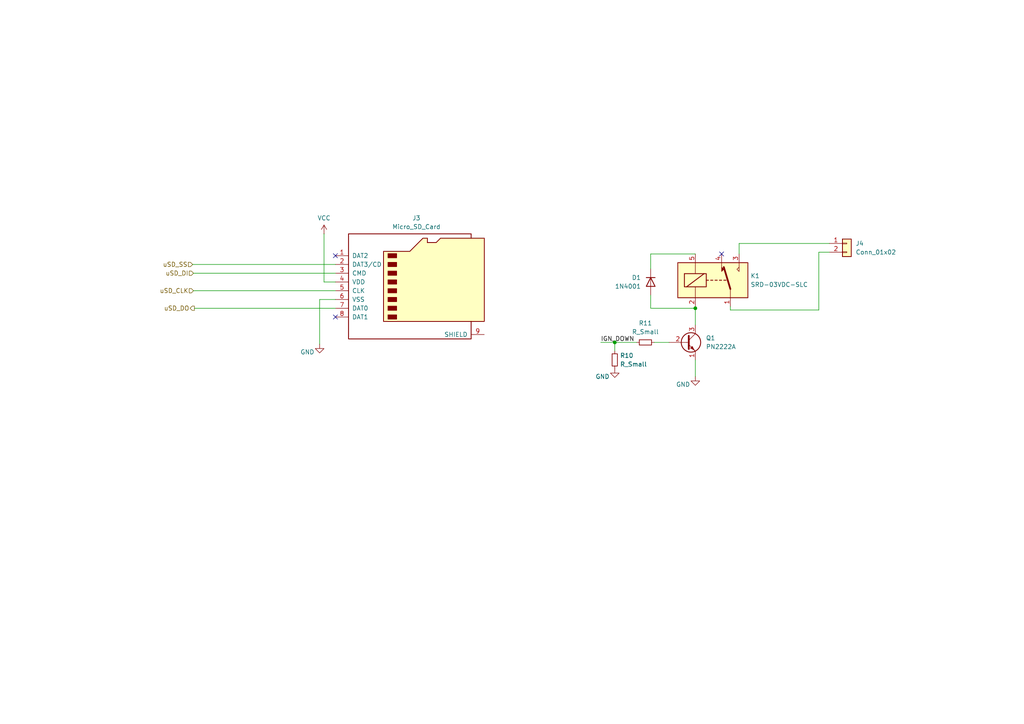
<source format=kicad_sch>
(kicad_sch (version 20231120) (generator "eeschema") (generator_version "8.0")
  (paper "A4")
  (lib_symbols
    (symbol "Connector:Micro_SD_Card" (pin_names (offset 1.016))
      (property "Reference" "J" (at -16.51 15.24 0))
      (property "Value" "Micro_SD_Card" (at 16.51 15.24 0))
      (symbol "Micro_SD_Card_0_1"
        (rectangle (start -7.62 -9.525) (end -5.08 -10.795) (fill (type outline)))
        (rectangle (start -7.62 -6.985) (end -5.08 -8.255) (fill (type outline)))
        (rectangle (start -7.62 -4.445) (end -5.08 -5.715) (fill (type outline)))
        (rectangle (start -7.62 -1.905) (end -5.08 -3.175) (fill (type outline)))
        (rectangle (start -7.62 0.635) (end -5.08 -0.635) (fill (type outline)))
        (rectangle (start -7.62 3.175) (end -5.08 1.905) (fill (type outline)))
        (rectangle (start -7.62 5.715) (end -5.08 4.445) (fill (type outline)))
        (rectangle (start -7.62 8.255) (end -5.08 6.985) (fill (type outline)))
        (polyline (pts (xy 16.51 12.7) (xy 16.51 13.97) (xy -19.05 13.97) (xy -19.05 -16.51) (xy 16.51 -16.51) (xy 16.51 -11.43)) (stroke (width 0.254)))
        (polyline (pts (xy -8.89 -11.43) (xy -8.89 8.89) (xy -1.27 8.89) (xy 2.54 12.7) (xy 3.81 12.7) (xy 3.81 11.43) (xy 6.35 11.43) (xy 7.62 12.7) (xy 20.32 12.7) (xy 20.32 -11.43) (xy -8.89 -11.43)) (stroke (width 0.254)) (fill (type background)))
      )
      (symbol "Micro_SD_Card_1_1"
        (pin bidirectional line (at -22.86 7.62 0) (length 3.81) (name "DAT2") (number "1"))
        (pin bidirectional line (at -22.86 5.08 0) (length 3.81) (name "DAT3/CD") (number "2"))
        (pin input line (at -22.86 2.54 0) (length 3.81) (name "CMD") (number "3"))
        (pin power_in line (at -22.86 0 0) (length 3.81) (name "VDD") (number "4"))
        (pin input line (at -22.86 -2.54 0) (length 3.81) (name "CLK") (number "5"))
        (pin power_in line (at -22.86 -5.08 0) (length 3.81) (name "VSS") (number "6"))
        (pin bidirectional line (at -22.86 -7.62 0) (length 3.81) (name "DAT0") (number "7"))
        (pin bidirectional line (at -22.86 -10.16 0) (length 3.81) (name "DAT1") (number "8"))
        (pin passive line (at 20.32 -15.24 180) (length 3.81) (name "SHIELD") (number "9"))
      )
    )
    (symbol "Connector_Generic:Conn_01x02" (pin_names (offset 1.016) hide)
      (property "Reference" "J" (at 0 2.54 0))
      (property "Value" "Conn_01x02" (at 0 -5.08 0))
      (symbol "Conn_01x02_1_1"
        (rectangle (start -1.27 -2.413) (end 0 -2.667) (stroke (width 0.1524)))
        (rectangle (start -1.27 0.127) (end 0 -0.127) (stroke (width 0.1524)))
        (rectangle (start -1.27 1.27) (end 1.27 -3.81) (stroke (width 0.254)) (fill (type background)))
        (pin passive line (at -5.08 0 0) (length 3.81) (name "Pin_1") (number "1"))
        (pin passive line (at -5.08 -2.54 0) (length 3.81) (name "Pin_2") (number "2"))
      )
    )
    (symbol "Device:R_Small" (pin_numbers hide) (pin_names (offset 0.254) hide)
      (property "Reference" "R" (at 0.762 0.508 0))
      (property "Value" "R_Small" (at 0.762 -1.016 0))
      (symbol "R_Small_0_1"
        (rectangle (start -0.762 1.778) (end 0.762 -1.778) (stroke (width 0.2032)))
      )
      (symbol "R_Small_1_1"
        (pin passive line (at 0 2.54 270) (length 0.762) (name "~") (number "1"))
        (pin passive line (at 0 -2.54 90) (length 0.762) (name "~") (number "2"))
      )
    )
    (symbol "Diode:1N4001" (pin_numbers hide) (pin_names hide)
      (property "Reference" "D" (at 0 2.54 0))
      (property "Value" "1N4001" (at 0 -2.54 0))
      (symbol "1N4001_0_1"
        (polyline (pts (xy -1.27 1.27) (xy -1.27 -1.27)) (stroke (width 0.254)))
        (polyline (pts (xy 1.27 0) (xy -1.27 0)))
        (polyline (pts (xy 1.27 1.27) (xy 1.27 -1.27) (xy -1.27 0) (xy 1.27 1.27)) (stroke (width 0.254)))
      )
      (symbol "1N4001_1_1"
        (pin passive line (at -3.81 0 0) (length 2.54) (name "K") (number "1"))
        (pin passive line (at 3.81 0 180) (length 2.54) (name "A") (number "2"))
      )
    )
    (symbol "Relay:SANYOU_SRD_Form_C"
      (property "Reference" "K" (at 11.43 3.81 0))
      (property "Value" "SANYOU_SRD_Form_C" (at 11.43 1.27 0))
      (symbol "SANYOU_SRD_Form_C_0_0"
        (polyline (pts (xy 7.62 5.08) (xy 7.62 2.54) (xy 6.985 3.175) (xy 7.62 3.81)))
      )
      (symbol "SANYOU_SRD_Form_C_0_1"
        (rectangle (start -10.16 5.08) (end 10.16 -5.08) (stroke (width 0.254)) (fill (type background)))
        (rectangle (start -8.255 1.905) (end -1.905 -1.905) (stroke (width 0.254)))
        (polyline (pts (xy -7.62 -1.905) (xy -2.54 1.905)) (stroke (width 0.254)))
        (polyline (pts (xy -5.08 -5.08) (xy -5.08 -1.905)))
        (polyline (pts (xy -5.08 5.08) (xy -5.08 1.905)))
        (polyline (pts (xy -1.905 0) (xy -1.27 0)) (stroke (width 0.254)))
        (polyline (pts (xy -0.635 0) (xy 0 0)) (stroke (width 0.254)))
        (polyline (pts (xy 0.635 0) (xy 1.27 0)) (stroke (width 0.254)))
        (polyline (pts (xy 1.905 0) (xy 2.54 0)) (stroke (width 0.254)))
        (polyline (pts (xy 3.175 0) (xy 3.81 0)) (stroke (width 0.254)))
        (polyline (pts (xy 5.08 -2.54) (xy 3.175 3.81)) (stroke (width 0.508)))
        (polyline (pts (xy 5.08 -2.54) (xy 5.08 -5.08)))
      )
      (symbol "SANYOU_SRD_Form_C_1_1"
        (polyline (pts (xy 2.54 3.81) (xy 3.175 3.175) (xy 2.54 2.54) (xy 2.54 5.08)) (fill (type outline)))
        (pin passive line (at 5.08 -7.62 90) (length 2.54) (name "~") (number "1"))
        (pin passive line (at -5.08 -7.62 90) (length 2.54) (name "~") (number "2"))
        (pin passive line (at 7.62 7.62 270) (length 2.54) (name "~") (number "3"))
        (pin passive line (at 2.54 7.62 270) (length 2.54) (name "~") (number "4"))
        (pin passive line (at -5.08 7.62 270) (length 2.54) (name "~") (number "5"))
      )
    )
    (symbol "Transistor_BJT:PN2222A" (pin_names (offset 0) hide)
      (property "Reference" "Q" (at 5.08 1.905 0))
      (property "Value" "PN2222A" (at 5.08 0 0))
      (symbol "PN2222A_0_1"
        (polyline (pts (xy 0 0) (xy 0.635 0)))
        (polyline (pts (xy 2.54 -2.54) (xy 0.635 -0.635)))
        (polyline (pts (xy 2.54 2.54) (xy 0.635 0.635)))
        (polyline (pts (xy 0.635 1.905) (xy 0.635 -1.905) (xy 0.635 -1.905)) (stroke (width 0.508)))
        (polyline (pts (xy 2.413 -2.413) (xy 1.905 -1.905) (xy 1.905 -1.905)))
        (polyline (pts (xy 1.143 -1.651) (xy 1.651 -1.143) (xy 2.159 -2.159) (xy 1.143 -1.651) (xy 1.143 -1.651)) (fill (type outline)))
        (circle (center 1.27 0) (radius 2.8194) (stroke (width 0.254)))
      )
      (symbol "PN2222A_1_1"
        (pin passive line (at 2.54 -5.08 90) (length 2.54) (name "E") (number "1"))
        (pin input line (at -5.08 0 0) (length 5.08) (name "B") (number "2"))
        (pin passive line (at 2.54 5.08 270) (length 2.54) (name "C") (number "3"))
      )
    )
    (symbol "power:GND" (power) (pin_numbers hide) (pin_names (offset 0) hide)
      (property "Value" "GND" (at 0 -3.81 0))
      (symbol "GND_0_1"
        (polyline (pts (xy 0 0) (xy 0 -1.27) (xy 1.27 -1.27) (xy 0 -2.54) (xy -1.27 -1.27) (xy 0 -1.27)))
      )
      (symbol "GND_1_1"
        (pin power_in line (at 0 0 270) (length 0) (name "~") (number "1"))
      )
    )
    (symbol "power:VCC" (power) (pin_numbers hide) (pin_names (offset 0) hide)
      (property "Value" "VCC" (at 0 3.556 0))
      (symbol "VCC_0_1"
        (polyline (pts (xy -0.762 1.27) (xy 0 2.54)))
        (polyline (pts (xy 0 0) (xy 0 2.54)))
        (polyline (pts (xy 0 2.54) (xy 0.762 1.27)))
      )
      (symbol "VCC_1_1"
        (pin power_in line (at 0 0 90) (length 0) (name "~") (number "1"))
      )
    )
  )
  (junction (at 201.676 89.408))
  (junction (at 178.308 99.314))
  (no_connect (at 97.282 74.168))
  (no_connect (at 97.282 91.948))
  (no_connect (at 209.296 73.66))
  (wire (pts (xy 56.388 89.408) (xy 97.282 89.408)))
  (wire (pts (xy 92.71 86.868) (xy 92.71 99.822)))
  (wire (pts (xy 214.376 70.612) (xy 214.376 73.66)))
  (wire (pts (xy 97.282 86.868) (xy 92.71 86.868)))
  (wire (pts (xy 188.722 89.408) (xy 201.676 89.408)))
  (wire (pts (xy 93.98 81.788) (xy 97.282 81.788)))
  (wire (pts (xy 240.538 70.612) (xy 214.376 70.612)))
  (wire (pts (xy 189.738 99.314) (xy 194.056 99.314)))
  (wire (pts (xy 93.98 67.818) (xy 93.98 81.788)))
  (wire (pts (xy 188.722 77.978) (xy 188.722 73.66)))
  (wire (pts (xy 201.676 89.408) (xy 201.676 94.234)))
  (wire (pts (xy 211.836 89.916) (xy 237.49 89.916)))
  (wire (pts (xy 237.49 73.152) (xy 240.538 73.152)))
  (wire (pts (xy 55.88 76.708) (xy 97.282 76.708)))
  (wire (pts (xy 201.676 109.22) (xy 201.676 104.394)))
  (wire (pts (xy 174.244 99.314) (xy 178.308 99.314)))
  (wire (pts (xy 201.676 88.9) (xy 201.676 89.408)))
  (wire (pts (xy 56.134 79.248) (xy 97.282 79.248)))
  (wire (pts (xy 56.134 84.328) (xy 97.282 84.328)))
  (wire (pts (xy 188.722 85.598) (xy 188.722 89.408)))
  (wire (pts (xy 178.308 101.854) (xy 178.308 99.314)))
  (wire (pts (xy 237.49 89.916) (xy 237.49 73.152)))
  (wire (pts (xy 188.722 73.66) (xy 201.676 73.66)))
  (wire (pts (xy 211.836 88.9) (xy 211.836 89.916)))
  (wire (pts (xy 178.308 99.314) (xy 184.658 99.314)))
  (label "IGN_DOWN" (at 174.244 99.314 0))
  (hierarchical_label "uSD_DI" (shape input) (at 56.134 79.248 180))
  (hierarchical_label "uSD_SS" (shape input) (at 55.88 76.708 180))
  (hierarchical_label "uSD_CLK" (shape input) (at 56.134 84.328 180))
  (hierarchical_label "uSD_DO" (shape output) (at 56.388 89.408 180))
  (symbol (lib_id "Diode:1N4001") (at 188.722 81.788 270) (unit 1)
    (property "Reference" "D1" (at 185.928 80.5179 90) (effects (justify right)))
    (property "Value" "1N4001" (at 185.928 83.0579 90) (effects (justify right)))
    (property "Footprint" "Diode_THT:D_DO-41_SOD81_P10.16mm_Horizontal" (effects (hide yes)))
    (property "Datasheet" "http://www.vishay.com/docs/88503/1n4001.pdf" (effects (hide yes)))
    (property "Description" "50V 1A General Purpose Rectifier Diode, DO-41" (effects (hide yes)))
    (property "Sim.Device" "D" (effects (hide yes)))
    (property "Sim.Pins" "1=K 2=A" (effects (hide yes)))
  )
  (symbol (lib_id "power:GND") (at 178.308 106.934 0) (unit 1)
    (property "Reference" "#PWR030" (effects (hide yes)))
    (property "Value" "GND" (at 174.752 109.22 0))
    (property "Description" "Power symbol creates a global label with name \"GND\" , ground" (effects (hide yes)))
  )
  (symbol (lib_id "power:GND") (at 92.71 99.822 0) (unit 1)
    (property "Reference" "#PWR028" (effects (hide yes)))
    (property "Value" "GND" (at 89.154 102.108 0))
    (property "Description" "Power symbol creates a global label with name \"GND\" , ground" (effects (hide yes)))
  )
  (symbol (lib_id "Relay:SANYOU_SRD_Form_C") (at 206.756 81.28 0) (unit 1)
    (property "Reference" "K1" (at 217.678 80.0099 0) (effects (justify left)))
    (property "Value" "SRD-03VDC-SLC" (at 217.678 82.5499 0) (effects (justify left)))
    (property "Footprint" "Relay_THT:Relay_SPDT_SANYOU_SRD_Series_Form_C" (effects (hide yes)))
    (property "Datasheet" "http://www.sanyourelay.ca/public/products/pdf/SRD.pdf" (effects (hide yes)))
    (property "Description" "Sanyo SRD relay, Single Pole Miniature Power Relay," (effects (hide yes)))
  )
  (symbol (lib_id "Connector:Micro_SD_Card") (at 120.142 81.788 0) (unit 1)
    (property "Reference" "J3" (at 120.777 63.246 0))
    (property "Value" "Micro_SD_Card" (at 120.777 65.786 0))
    (property "Datasheet" "http://katalog.we-online.de/em/datasheet/693072010801.pdf" (effects (hide yes)))
    (property "Description" "Micro SD Card Socket" (effects (hide yes)))
  )
  (symbol (lib_id "power:GND") (at 201.676 109.22 0) (unit 1)
    (property "Reference" "#PWR031" (effects (hide yes)))
    (property "Value" "GND" (at 198.12 111.506 0))
    (property "Description" "Power symbol creates a global label with name \"GND\" , ground" (effects (hide yes)))
  )
  (symbol (lib_id "Connector_Generic:Conn_01x02") (at 245.618 70.612 0) (unit 1)
    (property "Reference" "J4" (at 248.158 70.6119 0) (effects (justify left)))
    (property "Value" "Conn_01x02" (at 248.158 73.1519 0) (effects (justify left)))
    (property "Description" "Generic connector, single row, 01x02, script generated (kicad-library-utils/schlib/autogen/connector/)" (effects (hide yes)))
  )
  (symbol (lib_id "Device:R_Small") (at 178.308 104.394 180) (unit 1)
    (property "Reference" "R10" (at 179.832 103.1239 0) (effects (justify right)))
    (property "Value" "R_Small" (at 179.832 105.6639 0) (effects (justify right)))
    (property "Description" "Resistor, small symbol" (effects (hide yes)))
  )
  (symbol (lib_id "power:VCC") (at 93.98 67.818 0) (unit 1)
    (property "Reference" "#PWR029" (effects (hide yes)))
    (property "Value" "VCC" (at 93.98 63.246 0))
    (property "Description" "Power symbol creates a global label with name \"VCC\"" (effects (hide yes)))
  )
  (symbol (lib_id "Transistor_BJT:PN2222A") (at 199.136 99.314 0) (unit 1)
    (property "Reference" "Q1" (at 204.724 98.0439 0) (effects (justify left)))
    (property "Value" "PN2222A" (at 204.724 100.5839 0) (effects (justify left)))
    (property "Footprint" "Package_TO_SOT_THT:TO-92_Inline" (effects (hide yes)))
    (property "Datasheet" "https://www.onsemi.com/pub/Collateral/PN2222-D.PDF" (effects (hide yes)))
    (property "Description" "1A Ic, 40V Vce, NPN Transistor, General Purpose Transistor, TO-92" (effects (hide yes)))
  )
  (symbol (lib_id "Device:R_Small") (at 187.198 99.314 90) (unit 1)
    (property "Reference" "R11" (at 187.198 93.726 90))
    (property "Value" "R_Small" (at 187.198 96.266 90))
    (property "Description" "Resistor, small symbol" (effects (hide yes)))
  )
)
</source>
